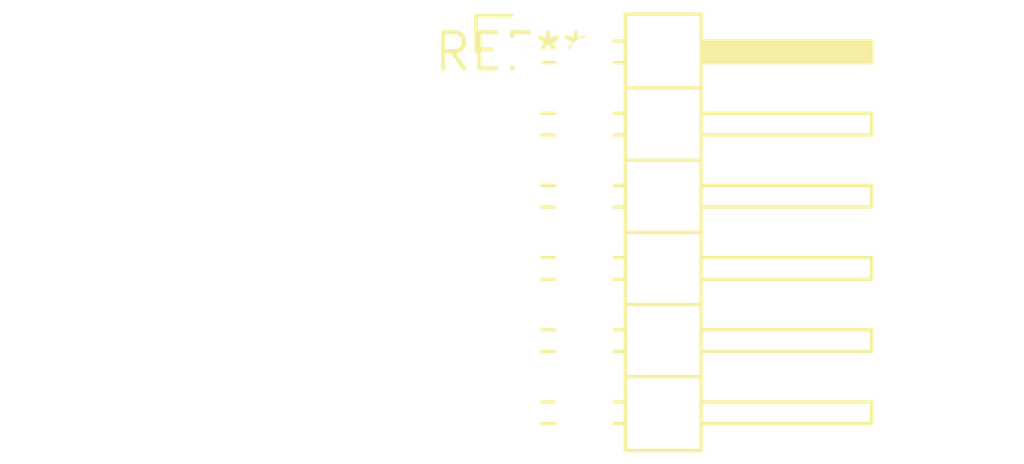
<source format=kicad_pcb>
(kicad_pcb (version 20240108) (generator pcbnew)
  (layers (0 "F.Cu" signal) (31 "B.Cu" signal) (34 "B.Paste" user) (35 "F.Paste" user) (36 "B.SilkS" user "B.Silkscreen") (37 "F.SilkS" user "F.Silkscreen") (38 "B.Mask" user) (39 "F.Mask" user) (44 "Edge.Cuts" user))
  (net 0 "")
  (footprint "PinHeader_2x06_P2.54mm_Horizontal" (layer "F.Cu") (at 0 0)
    (property "Reference" "REF**")
    (property "Value" "PinHeader_2x06_P2.54mm_Horizontal")
    (fp_line (start -1.27 -1.27) (end 0 -1.27) (layer "F.SilkS") (stroke (width 0.12)))
    (fp_line (start -1.27 0) (end -1.27 -1.27) (layer "F.SilkS") (stroke (width 0.12)))
    (fp_line (start 1.042929 2.16) (end 1.497071 2.16) (layer "F.SilkS") (stroke (width 0.12)))
    (fp_line (start 1.042929 2.92) (end 1.497071 2.92) (layer "F.SilkS") (stroke (width 0.12)))
    (fp_line (start 1.042929 4.7) (end 1.497071 4.7) (layer "F.SilkS") (stroke (width 0.12)))
    (fp_line (start 1.042929 5.46) (end 1.497071 5.46) (layer "F.SilkS") (stroke (width 0.12)))
    (fp_line (start 1.042929 7.24) (end 1.497071 7.24) (layer "F.SilkS") (stroke (width 0.12)))
    (fp_line (start 1.042929 8) (end 1.497071 8) (layer "F.SilkS") (stroke (width 0.12)))
    (fp_line (start 1.042929 9.78) (end 1.497071 9.78) (layer "F.SilkS") (stroke (width 0.12)))
    (fp_line (start 1.042929 10.54) (end 1.497071 10.54) (layer "F.SilkS") (stroke (width 0.12)))
    (fp_line (start 1.042929 12.32) (end 1.497071 12.32) (layer "F.SilkS") (stroke (width 0.12)))
    (fp_line (start 1.042929 13.08) (end 1.497071 13.08) (layer "F.SilkS") (stroke (width 0.12)))
    (fp_line (start 1.11 -0.38) (end 1.497071 -0.38) (layer "F.SilkS") (stroke (width 0.12)))
    (fp_line (start 1.11 0.38) (end 1.497071 0.38) (layer "F.SilkS") (stroke (width 0.12)))
    (fp_line (start 3.582929 -0.38) (end 3.98 -0.38) (layer "F.SilkS") (stroke (width 0.12)))
    (fp_line (start 3.582929 0.38) (end 3.98 0.38) (layer "F.SilkS") (stroke (width 0.12)))
    (fp_line (start 3.582929 2.16) (end 3.98 2.16) (layer "F.SilkS") (stroke (width 0.12)))
    (fp_line (start 3.582929 2.92) (end 3.98 2.92) (layer "F.SilkS") (stroke (width 0.12)))
    (fp_line (start 3.582929 4.7) (end 3.98 4.7) (layer "F.SilkS") (stroke (width 0.12)))
    (fp_line (start 3.582929 5.46) (end 3.98 5.46) (layer "F.SilkS") (stroke (width 0.12)))
    (fp_line (start 3.582929 7.24) (end 3.98 7.24) (layer "F.SilkS") (stroke (width 0.12)))
    (fp_line (start 3.582929 8) (end 3.98 8) (layer "F.SilkS") (stroke (width 0.12)))
    (fp_line (start 3.582929 9.78) (end 3.98 9.78) (layer "F.SilkS") (stroke (width 0.12)))
    (fp_line (start 3.582929 10.54) (end 3.98 10.54) (layer "F.SilkS") (stroke (width 0.12)))
    (fp_line (start 3.582929 12.32) (end 3.98 12.32) (layer "F.SilkS") (stroke (width 0.12)))
    (fp_line (start 3.582929 13.08) (end 3.98 13.08) (layer "F.SilkS") (stroke (width 0.12)))
    (fp_line (start 3.98 -1.33) (end 3.98 14.03) (layer "F.SilkS") (stroke (width 0.12)))
    (fp_line (start 3.98 1.27) (end 6.64 1.27) (layer "F.SilkS") (stroke (width 0.12)))
    (fp_line (start 3.98 3.81) (end 6.64 3.81) (layer "F.SilkS") (stroke (width 0.12)))
    (fp_line (start 3.98 6.35) (end 6.64 6.35) (layer "F.SilkS") (stroke (width 0.12)))
    (fp_line (start 3.98 8.89) (end 6.64 8.89) (layer "F.SilkS") (stroke (width 0.12)))
    (fp_line (start 3.98 11.43) (end 6.64 11.43) (layer "F.SilkS") (stroke (width 0.12)))
    (fp_line (start 3.98 14.03) (end 6.64 14.03) (layer "F.SilkS") (stroke (width 0.12)))
    (fp_line (start 6.64 -1.33) (end 3.98 -1.33) (layer "F.SilkS") (stroke (width 0.12)))
    (fp_line (start 6.64 -0.38) (end 12.64 -0.38) (layer "F.SilkS") (stroke (width 0.12)))
    (fp_line (start 6.64 -0.32) (end 12.64 -0.32) (layer "F.SilkS") (stroke (width 0.12)))
    (fp_line (start 6.64 -0.2) (end 12.64 -0.2) (layer "F.SilkS") (stroke (width 0.12)))
    (fp_line (start 6.64 -0.08) (end 12.64 -0.08) (layer "F.SilkS") (stroke (width 0.12)))
    (fp_line (start 6.64 0.04) (end 12.64 0.04) (layer "F.SilkS") (stroke (width 0.12)))
    (fp_line (start 6.64 0.16) (end 12.64 0.16) (layer "F.SilkS") (stroke (width 0.12)))
    (fp_line (start 6.64 0.28) (end 12.64 0.28) (layer "F.SilkS") (stroke (width 0.12)))
    (fp_line (start 6.64 2.16) (end 12.64 2.16) (layer "F.SilkS") (stroke (width 0.12)))
    (fp_line (start 6.64 4.7) (end 12.64 4.7) (layer "F.SilkS") (stroke (width 0.12)))
    (fp_line (start 6.64 7.24) (end 12.64 7.24) (layer "F.SilkS") (stroke (width 0.12)))
    (fp_line (start 6.64 9.78) (end 12.64 9.78) (layer "F.SilkS") (stroke (width 0.12)))
    (fp_line (start 6.64 12.32) (end 12.64 12.32) (layer "F.SilkS") (stroke (width 0.12)))
    (fp_line (start 6.64 14.03) (end 6.64 -1.33) (layer "F.SilkS") (stroke (width 0.12)))
    (fp_line (start 12.64 -0.38) (end 12.64 0.38) (layer "F.SilkS") (stroke (width 0.12)))
    (fp_line (start 12.64 0.38) (end 6.64 0.38) (layer "F.SilkS") (stroke (width 0.12)))
    (fp_line (start 12.64 2.16) (end 12.64 2.92) (layer "F.SilkS") (stroke (width 0.12)))
    (fp_line (start 12.64 2.92) (end 6.64 2.92) (layer "F.SilkS") (stroke (width 0.12)))
    (fp_line (start 12.64 4.7) (end 12.64 5.46) (layer "F.SilkS") (stroke (width 0.12)))
    (fp_line (start 12.64 5.46) (end 6.64 5.46) (layer "F.SilkS") (stroke (width 0.12)))
    (fp_line (start 12.64 7.24) (end 12.64 8) (layer "F.SilkS") (stroke (width 0.12)))
    (fp_line (start 12.64 8) (end 6.64 8) (layer "F.SilkS") (stroke (width 0.12)))
    (fp_line (start 12.64 9.78) (end 12.64 10.54) (layer "F.SilkS") (stroke (width 0.12)))
    (fp_line (start 12.64 10.54) (end 6.64 10.54) (layer "F.SilkS") (stroke (width 0.12)))
    (fp_line (start 12.64 12.32) (end 12.64 13.08) (layer "F.SilkS") (stroke (width 0.12)))
    (fp_line (start 12.64 13.08) (end 6.64 13.08) (layer "F.SilkS") (stroke (width 0.12)))
    (pad "1" thru_hole rect (at 0 0) (size 1.7 1.7) (drill 1) (layers *.Cu *.Mask) (remove_unused_layers))
    (pad "2" thru_hole oval (at 2.54 0) (size 1.7 1.7) (drill 1) (layers *.Cu *.Mask) (remove_unused_layers))
    (pad "3" thru_hole oval (at 0 2.54) (size 1.7 1.7) (drill 1) (layers *.Cu *.Mask) (remove_unused_layers))
    (pad "4" thru_hole oval (at 2.54 2.54) (size 1.7 1.7) (drill 1) (layers *.Cu *.Mask) (remove_unused_layers))
    (pad "5" thru_hole oval (at 0 5.08) (size 1.7 1.7) (drill 1) (layers *.Cu *.Mask) (remove_unused_layers))
    (pad "6" thru_hole oval (at 2.54 5.08) (size 1.7 1.7) (drill 1) (layers *.Cu *.Mask) (remove_unused_layers))
    (pad "7" thru_hole oval (at 0 7.62) (size 1.7 1.7) (drill 1) (layers *.Cu *.Mask) (remove_unused_layers))
    (pad "8" thru_hole oval (at 2.54 7.62) (size 1.7 1.7) (drill 1) (layers *.Cu *.Mask) (remove_unused_layers))
    (pad "9" thru_hole oval (at 0 10.16) (size 1.7 1.7) (drill 1) (layers *.Cu *.Mask) (remove_unused_layers))
    (pad "10" thru_hole oval (at 2.54 10.16) (size 1.7 1.7) (drill 1) (layers *.Cu *.Mask) (remove_unused_layers))
    (pad "11" thru_hole oval (at 0 12.7) (size 1.7 1.7) (drill 1) (layers *.Cu *.Mask) (remove_unused_layers))
    (pad "12" thru_hole oval (at 2.54 12.7) (size 1.7 1.7) (drill 1) (layers *.Cu *.Mask) (remove_unused_layers))
  )
)
</source>
